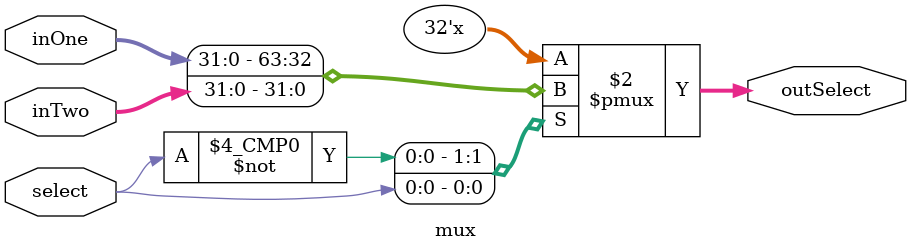
<source format=v>
module mux(inOne, inTwo, select, outSelect);
  parameter n = 32;
  input [n-1:0] inOne;
  input [n-1:0] inTwo;
  input select;
  output [n-1:0] outSelect;

  reg [n-1:0] outSelect;

  always @(*) begin
    case(select)
      1'b0: outSelect = inOne;
      1'b1: outSelect = inTwo;
    endcase
  end
endmodule
</source>
